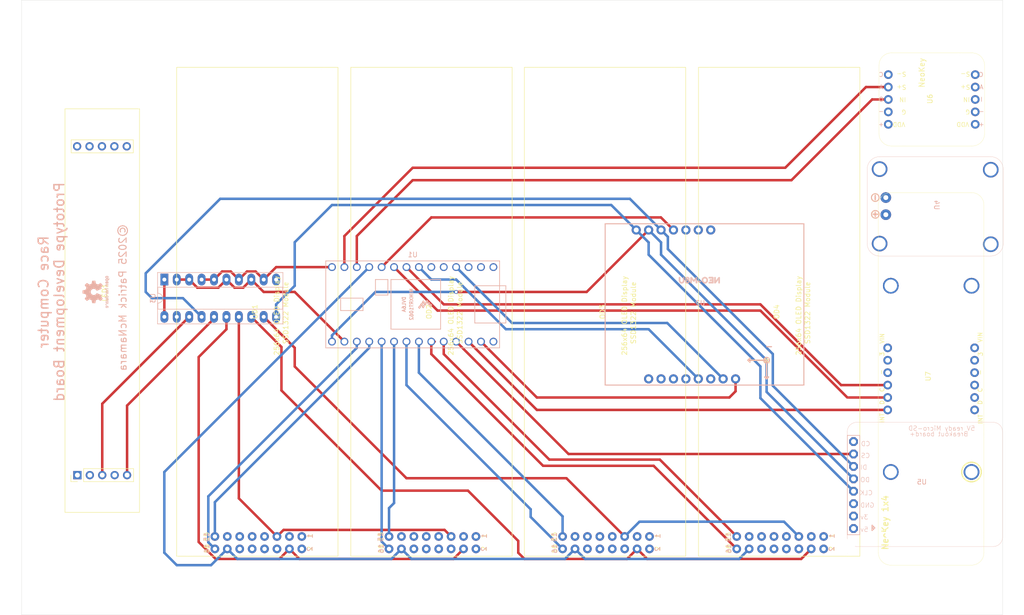
<source format=kicad_pcb>
(kicad_pcb (version 20240108) (generator "pcbnew") (generator_version "8.0")
  (title_block (title "Race Computer Prototype Development Board") (date "2025-07-29") (rev "1.0") (comment 1 "©2025 Patrick McNamara"))
  (layers (0 "F.Cu" signal) (1 "In1.Cu" signal) (2 "In2.Cu" signal) (31 "B.Cu" signal) (34 "B.Paste" user) (35 "F.Paste" user) (36 "B.SilkS" user "B.Silkscreen") (37 "F.SilkS" user "F.Silkscreen") (38 "B.Mask" user) (39 "F.Mask" user) (44 "Edge.Cuts" user))
  (net 0 "")
  (net 1 "+5V")
  (net 2 "/DISP_BUS.SCK2")
  (net 3 "/DISP_BUS.MOSI2")
  (net 4 "/DISP_BUS.CS4")
  (net 5 "GND")
  (net 6 "/DISP_BUS.SCK0")
  (net 8 "/DISP_BUS.CS0")
  (net 10 "/DISP_BUS.MOSI0")
  (net 11 "/DISP_BUS.DC")
  (net 15 "/DISP_BUS.RESET0")
  (net 18 "/DISP_BUS.CS1")
  (net 25 "/DISP_BUS.RESET1")
  (net 29 "/DISP_BUS.RESET2")
  (net 32 "/DISP_BUS.CS2")
  (net 33 "/DISP_BUS.MOSI1")
  (net 35 "/DISP_BUS.SCK1")
  (net 45 "/DISP_BUS.RESET3")
  (net 46 "/DISP_BUS.CS3")
  (net 47 "Net-(U1-17_A3_TX4_SDA1)")
  (net 66 "/MISO")
  (net 67 "/SDCARD_CS")
  (net 68 "/SDA")
  (net 69 "/3V3")
  (net 70 "/MOSI")
  (net 71 "/GPS_RST")
  (net 72 "/GPS_INT")
  (net 73 "/NEOKEY_INT")
  (net 74 "/SCK")
  (net 75 "/SCL")
  (net 76 "/GPS_SD_SCK")
  (net 77 "/GPS_SD_MOSI")
  (net 79 "Net-(U1-15_A1_RX3_SPDIF_IN)")
  (net 81 "Net-(U1-14_A0_TX3_SPDIF_OUT)")
  (net 82 "Net-(U1-0_RX1_CRX2_CS1)")
  (footprint "MountingHole:MountingHole_3.2mm_M3" (layer "F.Cu") (at 245.11 151.13)
    (property "Reference" "REF**" (hide yes))
    (property "Value" "MountingHole_3.2mm_M3")
  )
  (footprint "MountingHole:MountingHole_3.2mm_M3" (layer "F.Cu") (at 54.61 35.56)
    (property "Reference" "REF**" (hide yes))
    (property "Value" "MountingHole_3.2mm_M3")
  )
  (footprint "race_computer:NeoKey1x4" (layer "F.Cu") (at 235.476051 107.423949 90)
    (property "Reference" "U7")
    (property "Value" "~")
  )
  (footprint "race_computer:neokey_MX_breakout" (layer "F.Cu") (at 235.857051 50.691051 90)
    (property "Reference" "U6")
    (property "Value" "~")
  )
  (footprint "MountingHole:MountingHole_3.2mm_M3" (layer "F.Cu") (at 245.11 35.56)
    (property "Reference" "REF**" (hide yes))
    (property "Value" "MountingHole_3.2mm_M3")
  )
  (footprint "race_computer:OLED_Display" (layer "F.Cu") (at 168.88 94.228 90)
    (property "Reference" "OD3")
    (property "Value" "~")
  )
  (footprint "MountingHole:MountingHole_3.2mm_M3" (layer "F.Cu") (at 54.61 151.13)
    (property "Reference" "REF**" (hide yes))
    (property "Value" "MountingHole_3.2mm_M3")
  )
  (footprint "race_computer:OLED_Display" (layer "F.Cu") (at 97.76 94.228 90)
    (property "Reference" "OD1")
    (property "Value" "~")
  )
  (footprint "race_computer:OLED_Display" (layer "F.Cu") (at 204.5 94.228 90)
    (property "Reference" "OD4")
    (property "Value" "~")
  )
  (footprint "race_computer:8-Digit 7 Segment MAX7219 Module" (layer "F.Cu") (at 60.96 127.635 90)
    (property "Reference" "LED1")
    (property "Value" "~")
  )
  (footprint "race_computer:OLED_Display" (layer "F.Cu") (at 133.38 94.228 90)
    (property "Reference" "OD2")
    (property "Value" "~")
  )
  (footprint "race_computer:AdaFruit_USB_C_PD" (layer "B.Cu") (at 236.22 72.39 90)
    (property "Reference" "U4")
    (property "Value" "~")
  )
  (footprint "Symbol:OSHW-Logo2_7.3x6mm_SilkScreen" (layer "B.Cu") (at 64.77 90.17 -90)
    (property "Reference" "REF**" (hide yes))
    (property "Value" "OSHW-Logo2_7.3x6mm_SilkScreen" (hide yes))
  )
  (footprint "race_computer:SparkFun_NEO-M8U" (layer "B.Cu") (at 188.341 92.964 180)
    (property "Reference" "U2")
    (property "Value" "~")
  )
  (footprint "race_computer:teensy4_0_reduced" (layer "B.Cu") (at 129.54 92.71 180)
    (property "Reference" "U1")
    (property "Value" "Teensy4.0")
  )
  (footprint "race_computer:DIP-20_W7.62mm_Socket_LongPads" (layer "B.Cu") (at 78.745 87.64 -90)
    (property "Reference" "U3")
    (property "Value" "SN74LVC245APW")
  )
  (footprint "race_computer:AdaFruit_MicroSD+" (layer "B.Cu") (at 233.68 129.54 180)
    (property "Reference" "U5")
    (property "Value" "~")
  )
  (gr_rect (start 49.53 30.48) (end 250.19 156.21) (stroke (width 0.05)) (fill none) (layer "Edge.Cuts"))
  (gr_text "©2025 Patrick McNamara" (at 71.12 76.2 90) (layer "B.SilkS") (effects (font (size 1.5 1.5) (thickness 0.2)) (justify left bottom mirror)))
  (gr_text "Race Computer\nPrototype Development Board" (at 58.42 90.17 90) (layer "B.SilkS") (effects (font (size 2 2) (thickness 0.3)) (justify bottom mirror)))
  (segment (start 71.12 113.411576) (end 88.905 95.626576) (width 0.508) (layer "F.Cu") (net 2))
  (segment (start 88.905 95.626576) (end 88.905 95.26) (width 0.508) (layer "F.Cu") (net 2))
  (segment (start 71.12 127.635) (end 71.12 113.411576) (width 0.508) (layer "F.Cu") (net 2))
  (segment (start 66.04 113.045) (end 66.04 127.635) (width 0.508) (layer "F.Cu") (net 3))
  (segment (start 83.825 95.26) (end 66.04 113.045) (width 0.508) (layer "F.Cu") (net 3))
  (segment (start 85.764 103.481) (end 85.764 141.311289) (width 0.508) (layer "F.Cu") (net 6))
  (segment (start 85.764 141.311289) (end 89.232711 144.78) (width 0.508) (layer "F.Cu") (net 6))
  (segment (start 104.32 142.728) (end 106.372 144.78) (width 0.508) (layer "F.Cu") (net 6))
  (segment (start 91.445 97.8) (end 91.445 95.26) (width 0.508) (layer "F.Cu") (net 6))
  (segment (start 106.372 144.78) (end 137.888 144.78) (width 0.508) (layer "F.Cu") (net 6))
  (segment (start 89.232711 144.78) (end 102.268 144.78) (width 0.508) (layer "F.Cu") (net 6))
  (segment (start 85.764 103.481) (end 91.445 97.8) (width 0.508) (layer "F.Cu") (net 6))
  (segment (start 137.888 144.78) (end 139.94 142.728) (width 0.508) (layer "F.Cu") (net 6))
  (segment (start 102.268 144.78) (end 104.32 142.728) (width 0.508) (layer "F.Cu") (net 6))
  (segment (start 87.737 131.973) (end 87.737 141.385) (width 0.508) (layer "B.Cu") (net 8))
  (segment (start 118.11 101.6) (end 87.737 131.973) (width 0.508) (layer "B.Cu") (net 8))
  (segment (start 87.737 141.385) (end 89.08 142.728) (width 0.508) (layer "B.Cu") (net 8))
  (segment (start 118.11 100.33) (end 118.11 101.6) (width 0.508) (layer "B.Cu") (net 8))
  (segment (start 93.985 132.393) (end 101.78 140.188) (width 0.508) (layer "F.Cu") (net 10))
  (segment (start 103.123 138.845) (end 101.78 140.188) (width 0.508) (layer "F.Cu") (net 10))
  (segment (start 137.4 140.188) (end 136.057 138.845) (width 0.508) (layer "F.Cu") (net 10))
  (segment (start 136.057 138.845) (end 103.123 138.845) (width 0.508) (layer "F.Cu") (net 10))
  (segment (start 93.985 95.26) (end 93.985 132.393) (width 0.508) (layer "F.Cu") (net 10))
  (segment (start 91.62 142.728) (end 93.672 144.78) (width 0.508) (layer "B.Cu") (net 11))
  (segment (start 125.188 144.78) (end 127.24 142.728) (width 0.508) (layer "B.Cu") (net 11))
  (segment (start 78.74 127) (end 78.74 143.51) (width 0.508) (layer "B.Cu") (net 11))
  (segment (start 196.308 144.78) (end 198.36 142.728) (width 0.508) (layer "B.Cu") (net 11))
  (segment (start 81.28 146.05) (end 88.298 146.05) (width 0.508) (layer "B.Cu") (net 11))
  (segment (start 160.688 144.78) (end 162.74 142.728) (width 0.508) (layer "B.Cu") (net 11))
  (segment (start 120.65 85.09) (end 78.74 127) (width 0.508) (layer "B.Cu") (net 11))
  (segment (start 88.298 146.05) (end 91.62 142.728) (width 0.508) (layer "B.Cu") (net 11))
  (segment (start 129.292 144.78) (end 160.688 144.78) (width 0.508) (layer "B.Cu") (net 11))
  (segment (start 93.672 144.78) (end 125.188 144.78) (width 0.508) (layer "B.Cu") (net 11))
  (segment (start 162.74 142.728) (end 164.792 144.78) (width 0.508) (layer "B.Cu") (net 11))
  (segment (start 164.792 144.78) (end 196.308 144.78) (width 0.508) (layer "B.Cu") (net 11))
  (segment (start 127.24 142.728) (end 129.292 144.78) (width 0.508) (layer "B.Cu") (net 11))
  (segment (start 78.74 143.51) (end 81.28 146.05) (width 0.508) (layer "B.Cu") (net 11))
  (segment (start 120.65 100.33) (end 120.65 101.6) (width 0.508) (layer "B.Cu") (net 15))
  (segment (start 89.08 133.17) (end 89.08 140.188) (width 0.508) (layer "B.Cu") (net 15))
  (segment (start 120.65 101.6) (end 89.08 133.17) (width 0.508) (layer "B.Cu") (net 15))
  (segment (start 123.19 141.218) (end 124.7 142.728) (width 0.508) (layer "B.Cu") (net 18))
  (segment (start 123.19 100.33) (end 123.19 141.218) (width 0.508) (layer "B.Cu") (net 18))
  (segment (start 124.7 134.38) (end 124.7 140.188) (width 0.508) (layer "B.Cu") (net 25))
  (segment (start 125.73 133.35) (end 125.73 100.33) (width 0.508) (layer "B.Cu") (net 25))
  (segment (start 125.73 133.35) (end 124.7 134.38) (width 0.508) (layer "B.Cu") (net 25))
  (segment (start 160.2 136.07) (end 130.81 106.68) (width 0.508) (layer "B.Cu") (net 29))
  (segment (start 130.81 106.68) (end 130.81 100.33) (width 0.508) (layer "B.Cu") (net 29))
  (segment (start 160.2 140.188) (end 160.2 136.07) (width 0.508) (layer "B.Cu") (net 29))
  (segment (start 128.27 100.33) (end 128.27 109.22) (width 0.508) (layer "B.Cu") (net 32))
  (segment (start 160.2 142.728) (end 153.67 136.198) (width 0.508) (layer "B.Cu") (net 32))
  (segment (start 153.67 136.198) (end 153.67 134.62) (width 0.508) (layer "B.Cu") (net 32))
  (segment (start 128.27 109.22) (end 153.67 134.62) (width 0.508) (layer "B.Cu") (net 32))
  (segment (start 99.07 95.26) (end 105.41 101.6) (width 0.508) (layer "F.Cu") (net 33))
  (segment (start 99.065 95.26) (end 99.07 95.26) (width 0.508) (layer "F.Cu") (net 33))
  (segment (start 105.41 101.6) (end 105.41 105.41) (width 0.508) (layer "F.Cu") (net 33))
  (segment (start 105.41 105.41) (end 128.27 128.27) (width 0.508) (layer "F.Cu") (net 33))
  (segment (start 128.27 128.27) (end 160.982 128.27) (width 0.508) (layer "F.Cu") (net 33))
  (segment (start 160.982 128.27) (end 172.9 140.188) (width 0.508) (layer "F.Cu") (net 33))
  (segment (start 205.492 137.16) (end 208.52 140.188) (width 0.508) (layer "B.Cu") (net 33))
  (segment (start 172.9 140.188) (end 175.928 137.16) (width 0.508) (layer "B.Cu") (net 33))
  (segment (start 175.928 137.16) (end 205.492 137.16) (width 0.508) (layer "B.Cu") (net 33))
  (segment (start 209.008 144.78) (end 211.06 142.728) (width 0.508) (layer "F.Cu") (net 35))
  (segment (start 102.695 101.43) (end 102.695 110.315) (width 0.508) (layer "F.Cu") (net 35))
  (segment (start 151.13 143.51) (end 152.4 144.78) (width 0.508) (layer "F.Cu") (net 35))
  (segment (start 175.44 142.728) (end 177.492 144.78) (width 0.508) (layer "F.Cu") (net 35))
  (segment (start 151.13 141.094295) (end 151.13 143.51) (width 0.508) (layer "F.Cu") (net 35))
  (segment (start 123.19 130.81) (end 140.845705 130.81) (width 0.508) (layer "F.Cu") (net 35))
  (segment (start 140.845705 130.81) (end 151.13 141.094295) (width 0.508) (layer "F.Cu") (net 35))
  (segment (start 173.388 144.78) (end 175.44 142.728) (width 0.508) (layer "F.Cu") (net 35))
  (segment (start 177.492 144.78) (end 209.008 144.78) (width 0.508) (layer "F.Cu") (net 35))
  (segment (start 96.525 95.26) (end 102.695 101.43) (width 0.508) (layer "F.Cu") (net 35))
  (segment (start 152.4 144.78) (end 173.388 144.78) (width 0.508) (layer "F.Cu") (net 35))
  (segment (start 102.695 110.315) (end 123.19 130.81) (width 0.508) (layer "F.Cu") (net 35))
  (segment (start 135.89 100.33) (end 135.89 102.87) (width 0.508) (layer "F.Cu") (net 45))
  (segment (start 157.48 124.46) (end 180.092 124.46) (width 0.508) (layer "F.Cu") (net 45))
  (segment (start 135.89 102.87) (end 157.48 124.46) (width 0.508) (layer "F.Cu") (net 45))
  (segment (start 180.092 124.46) (end 195.82 140.188) (width 0.508) (layer "F.Cu") (net 45))
  (segment (start 133.35 100.33) (end 133.35 102.87) (width 0.508) (layer "F.Cu") (net 46))
  (segment (start 178.822 125.73) (end 195.82 142.728) (width 0.508) (layer "F.Cu") (net 46))
  (segment (start 133.35 102.87) (end 156.21 125.73) (width 0.508) (layer "F.Cu") (net 46))
  (segment (start 156.21 125.73) (end 178.822 125.73) (width 0.508) (layer "F.Cu") (net 46))
  (segment (start 133.35 100.33) (end 134.043264 100.33) (width 0.508) (layer "F.Cu") (net 46))
  (segment (start 180.3146 74.93) (end 182.88 77.4954) (width 0.508) (layer "F.Cu") (net 47))
  (segment (start 133.35 74.93) (end 180.3146 74.93) (width 0.508) (layer "F.Cu") (net 47))
  (segment (start 123.19 85.09) (end 133.35 74.93) (width 0.508) (layer "F.Cu") (net 47))
  (segment (start 165.1254 90.17) (end 177.8 77.4954) (width 0.508) (layer "F.Cu") (net 66))
  (segment (start 138.43 90.17) (end 165.1254 90.17) (width 0.508) (layer "F.Cu") (net 66))
  (via (at 138.43 90.17) (size 0.762) (drill 0.508) (layers "F.Cu" "B.Cu") (net 66))
  (segment (start 121.92 90.17) (end 138.43 90.17) (width 0.508) (layer "B.Cu") (net 66))
  (segment (start 201.93 110.617) (end 219.71 128.397) (width 0.508) (layer "B.Cu") (net 66))
  (segment (start 180.34 80.0354) (end 180.34 82.55) (width 0.508) (layer "B.Cu") (net 66))
  (segment (start 201.93 104.14) (end 201.93 110.617) (width 0.508) (layer "B.Cu") (net 66))
  (segment (start 180.34 82.55) (end 201.93 104.14) (width 0.508) (layer "B.Cu") (net 66))
  (segment (start 177.8 77.4954) (end 180.34 80.0354) (width 0.508) (layer "B.Cu") (net 66))
  (segment (start 113.03 100.33) (end 113.03 99.06) (width 0.508) (layer "B.Cu") (net 66))
  (segment (start 113.03 99.06) (end 121.92 90.17) (width 0.508) (layer "B.Cu") (net 66))
  (segment (start 138.43 100.33) (end 161.417 123.317) (width 0.508) (layer "F.Cu") (net 67))
  (segment (start 161.417 123.317) (end 219.71 123.317) (width 0.508) (layer "F.Cu") (net 67))
  (segment (start 200.66 93.98) (end 218.44 111.76) (width 0.508) (layer "F.Cu") (net 68))
  (segment (start 200.66 93.98) (end 134.62 93.98) (width 0.508) (layer "F.Cu") (net 68))
  (segment (start 125.73 85.09) (end 134.62 93.98) (width 0.508) (layer "F.Cu") (net 68))
  (segment (start 218.708736 111.76) (end 226.695 111.76) (width 0.508) (layer "F.Cu") (net 68))
  (segment (start 78.745 95.26) (end 78.745 87.64) (width 0.508) (layer "F.Cu") (net 69))
  (segment (start 91.445 87.64) (end 89.791 89.294) (width 0.508) (layer "F.Cu") (net 70))
  (segment (start 85.479 89.294) (end 83.825 87.64) (width 0.508) (layer "F.Cu") (net 70))
  (segment (start 93.099 89.294) (end 91.445 87.64) (width 0.508) (layer "F.Cu") (net 70))
  (segment (start 96.525 87.64) (end 94.871 89.294) (width 0.508) (layer "F.Cu") (net 70))
  (segment (start 115.57 100.33) (end 105.41 90.17) (width 0.508) (layer "F.Cu") (net 70))
  (segment (start 83.825 87.64) (end 81.285 87.64) (width 0.508) (layer "F.Cu") (net 70))
  (segment (start 94.871 89.294) (end 93.099 89.294) (width 0.508) (layer "F.Cu") (net 70))
  (segment (start 99.055 90.17) (end 96.525 87.64) (width 0.508) (layer "F.Cu") (net 70))
  (segment (start 105.41 90.17) (end 99.055 90.17) (width 0.508) (layer "F.Cu") (net 70))
  (segment (start 89.791 89.294) (end 85.479 89.294) (width 0.508) (layer "F.Cu") (net 70))
  (segment (start 181.61 96.52) (end 193.04 107.95) (width 0.508) (layer "B.Cu") (net 71))
  (segment (start 149.86 96.52) (end 181.61 96.52) (width 0.508) (layer "B.Cu") (net 71))
  (segment (start 138.43 85.09) (end 149.86 96.52) (width 0.508) (layer "B.Cu") (net 71))
  (segment (start 138.43 87.63) (end 148.59 97.79) (width 0.508) (layer "B.Cu") (net 72))
  (segment (start 148.59 97.79) (end 177.8 97.79) (width 0.508) (layer "B.Cu") (net 72))
  (segment (start 130.81 85.09) (end 133.35 87.63) (width 0.508) (layer "B.Cu") (net 72))
  (segment (start 133.35 87.63) (end 138.43 87.63) (width 0.508) (layer "B.Cu") (net 72))
  (segment (start 177.8 97.79) (end 187.96 107.95) (width 0.508) (layer "B.Cu") (net 72))
  (segment (start 140.97 100.33) (end 154.94 114.3) (width 0.508) (layer "F.Cu") (net 73))
  (segment (start 154.94 114.3) (end 226.695 114.3) (width 0.508) (layer "F.Cu") (net 73))
  (segment (start 101.615 85.09) (end 99.065 87.64) (width 0.508) (layer "F.Cu") (net 74))
  (segment (start 97.411 85.986) (end 95.639 85.986) (width 0.508) (layer "F.Cu") (net 74))
  (segment (start 88.905 87.64) (end 86.365 87.64) (width 0.508) (layer "F.Cu") (net 74))
  (segment (start 113.03 85.09) (end 101.615 85.09) (width 0.508) (layer "F.Cu") (net 74))
  (segment (start 92.331 85.986) (end 90.559 85.986) (width 0.508) (layer "F.Cu") (net 74))
  (segment (start 95.639 85.986) (end 93.985 87.64) (width 0.508) (layer "F.Cu") (net 74))
  (segment (start 99.065 87.64) (end 97.411 85.986) (width 0.508) (layer "F.Cu") (net 74))
  (segment (start 90.559 85.986) (end 88.905 87.64) (width 0.508) (layer "F.Cu") (net 74))
  (segment (start 93.985 87.64) (end 92.331 85.986) (width 0.508) (layer "F.Cu") (net 74))
  (segment (start 99.065 87.64) (end 99.065 87.635) (width 0.508) (layer "F.Cu") (net 74))
  (segment (start 128.27 85.09) (end 135.89 92.71) (width 0.508) (layer "F.Cu") (net 75))
  (segment (start 200.66 92.71) (end 217.17 109.22) (width 0.508) (layer "F.Cu") (net 75))
  (segment (start 217.17 109.22) (end 226.695 109.22) (width 0.508) (layer "F.Cu") (net 75))
  (segment (start 135.89 92.71) (end 200.66 92.71) (width 0.508) (layer "F.Cu") (net 75))
  (segment (start 101.605 92.715) (end 105.41 88.91) (width 0.508) (layer "B.Cu") (net 76))
  (segment (start 200.66 111.887) (end 219.71 130.937) (width 0.508) (layer "B.Cu") (net 76))
  (segment (start 175.26 77.4954) (end 177.8 80.0354) (width 0.508) (layer "B.Cu") (net 76))
  (segment (start 105.41 80.01) (end 113.03 72.39) (width 0.508) (layer "B.Cu") (net 76))
  (segment (start 105.41 88.91) (end 105.41 80.01) (width 0.508) (layer "B.Cu") (net 76))
  (segment (start 177.8 80.0354) (end 177.8 82.55) (width 0.508) (layer "B.Cu") (net 76))
  (segment (start 101.605 95.26) (end 101.605 92.715) (width 0.508) (layer "B.Cu") (net 76))
  (segment (start 177.8 82.55) (end 200.66 105.41) (width 0.508) (layer "B.Cu") (net 76))
  (segment (start 113.03 72.39) (end 170.1546 72.39) (width 0.508) (layer "B.Cu") (net 76))
  (segment (start 170.1546 72.39) (end 175.26 77.4954) (width 0.508) (layer "B.Cu") (net 76))
  (segment (start 200.66 105.41) (end 200.66 111.887) (width 0.508) (layer "B.Cu") (net 76))
  (segment (start 173.9646 71.12) (end 90.17 71.12) (width 0.508) (layer "B.Cu") (net 77))
  (segment (start 180.34 77.4954) (end 173.9646 71.12) (width 0.508) (layer "B.Cu") (net 77))
  (segment (start 74.93 86.36) (end 74.93 90.17) (width 0.508) (layer "B.Cu") (net 77))
  (segment (start 74.93 90.17) (end 76.2 91.44) (width 0.508) (layer "B.Cu") (net 77))
  (segment (start 90.17 71.12) (end 74.93 86.36) (width 0.508) (layer "B.Cu") (net 77))
  (segment (start 203.2 102.87) (end 203.2 109.347) (width 0.508) (layer "B.Cu") (net 77))
  (segment (start 181.7338 81.4038) (end 203.2 102.87) (width 0.508) (layer "B.Cu") (net 77))
  (segment (start 76.2 91.44) (end 82.545 91.44) (width 0.508) (layer "B.Cu") (net 77))
  (segment (start 180.34 77.4954) (end 181.7338 78.8892) (width 0.508) (layer "B.Cu") (net 77))
  (segment (start 203.2 109.347) (end 219.71 125.857) (width 0.508) (layer "B.Cu") (net 77))
  (segment (start 82.545 91.44) (end 86.365 95.26) (width 0.508) (layer "B.Cu") (net 77))
  (segment (start 181.7338 78.8892) (end 181.7338 81.4038) (width 0.508) (layer "B.Cu") (net 77))
  (segment (start 118.11 85.09) (end 118.11 78.74) (width 0.508) (layer "F.Cu") (net 79))
  (segment (start 129.54 67.31) (end 207.01 67.31) (width 0.508) (layer "F.Cu") (net 79))
  (segment (start 118.11 78.74) (end 129.54 67.31) (width 0.508) (layer "F.Cu") (net 79))
  (segment (start 207.01 67.31) (end 223.52 50.8) (width 0.508) (layer "F.Cu") (net 79))
  (segment (start 223.52 50.8) (end 226.822 50.8) (width 0.508) (layer "F.Cu") (net 79))
  (segment (start 205.74 64.77) (end 222.25 48.26) (width 0.508) (layer "F.Cu") (net 81))
  (segment (start 222.25 48.26) (end 226.822 48.26) (width 0.508) (layer "F.Cu") (net 81))
  (segment (start 115.57 85.09) (end 115.57 78.74) (width 0.508) (layer "F.Cu") (net 81))
  (segment (start 115.57 78.74) (end 129.54 64.77) (width 0.508) (layer "F.Cu") (net 81))
  (segment (start 129.54 64.77) (end 205.74 64.77) (width 0.508) (layer "F.Cu") (net 81))
  (segment (start 195.58 110.49) (end 195.58 107.95) (width 0.508) (layer "F.Cu") (net 82))
  (segment (start 154.94 111.76) (end 194.31 111.76) (width 0.508) (layer "F.Cu") (net 82))
  (segment (start 194.31 111.76) (end 195.58 110.49) (width 0.508) (layer "F.Cu") (net 82))
  (segment (start 143.51 100.33) (end 154.94 111.76) (width 0.508) (layer "F.Cu") (net 82))
)
</source>
